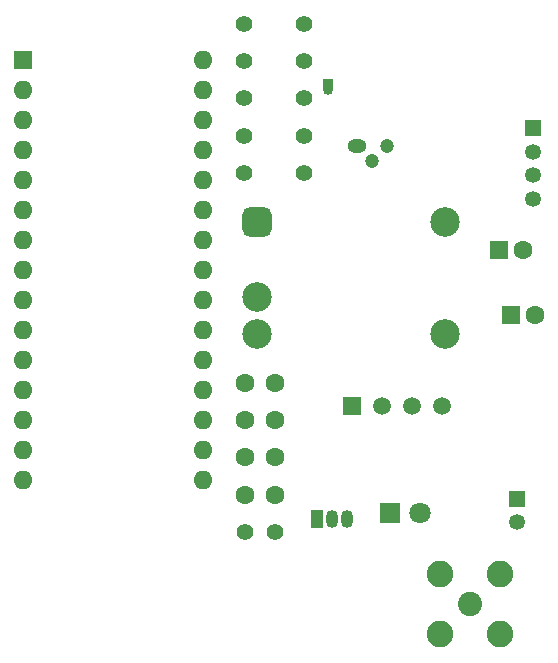
<source format=gbr>
%TF.GenerationSoftware,KiCad,Pcbnew,9.0.4*%
%TF.CreationDate,2026-01-27T05:17:12+01:00*%
%TF.ProjectId,weather station,77656174-6865-4722-9073-746174696f6e,rev?*%
%TF.SameCoordinates,Original*%
%TF.FileFunction,Soldermask,Bot*%
%TF.FilePolarity,Negative*%
%FSLAX46Y46*%
G04 Gerber Fmt 4.6, Leading zero omitted, Abs format (unit mm)*
G04 Created by KiCad (PCBNEW 9.0.4) date 2026-01-27 05:17:12*
%MOMM*%
%LPD*%
G01*
G04 APERTURE LIST*
G04 Aperture macros list*
%AMRoundRect*
0 Rectangle with rounded corners*
0 $1 Rounding radius*
0 $2 $3 $4 $5 $6 $7 $8 $9 X,Y pos of 4 corners*
0 Add a 4 corners polygon primitive as box body*
4,1,4,$2,$3,$4,$5,$6,$7,$8,$9,$2,$3,0*
0 Add four circle primitives for the rounded corners*
1,1,$1+$1,$2,$3*
1,1,$1+$1,$4,$5*
1,1,$1+$1,$6,$7*
1,1,$1+$1,$8,$9*
0 Add four rect primitives between the rounded corners*
20,1,$1+$1,$2,$3,$4,$5,0*
20,1,$1+$1,$4,$5,$6,$7,0*
20,1,$1+$1,$6,$7,$8,$9,0*
20,1,$1+$1,$8,$9,$2,$3,0*%
G04 Aperture macros list end*
%ADD10C,1.600000*%
%ADD11C,1.400000*%
%ADD12R,1.350000X1.350000*%
%ADD13C,1.350000*%
%ADD14R,1.050000X1.500000*%
%ADD15O,1.050000X1.500000*%
%ADD16R,1.600000X1.600000*%
%ADD17O,1.600000X1.600000*%
%ADD18O,1.600000X1.200000*%
%ADD19C,1.200000*%
%ADD20R,1.800000X1.800000*%
%ADD21C,1.800000*%
%ADD22R,0.850000X0.850000*%
%ADD23C,0.850000*%
%ADD24C,2.050000*%
%ADD25C,2.250000*%
%ADD26R,1.500000X1.500000*%
%ADD27C,1.500000*%
%ADD28RoundRect,0.625000X-0.625000X-0.625000X0.625000X-0.625000X0.625000X0.625000X-0.625000X0.625000X0*%
%ADD29C,2.500000*%
%ADD30RoundRect,0.250000X-0.550000X-0.550000X0.550000X-0.550000X0.550000X0.550000X-0.550000X0.550000X0*%
G04 APERTURE END LIST*
D10*
%TO.C,C5*%
X80520000Y-62600000D03*
X83020000Y-62600000D03*
%TD*%
D11*
%TO.C,R7*%
X80420000Y-38500000D03*
X85500000Y-38500000D03*
%TD*%
D12*
%TO.C,BT1*%
X103500000Y-66100000D03*
D13*
X103500000Y-68100000D03*
%TD*%
D11*
%TO.C,R2*%
X80420000Y-25900000D03*
X85500000Y-25900000D03*
%TD*%
D14*
%TO.C,Q2*%
X86580000Y-67830000D03*
D15*
X87850000Y-67830000D03*
X89120000Y-67830000D03*
%TD*%
D11*
%TO.C,R5*%
X80420000Y-32200000D03*
X85500000Y-32200000D03*
%TD*%
D10*
%TO.C,C4*%
X80520000Y-59450000D03*
X83020000Y-59450000D03*
%TD*%
D16*
%TO.C,A1*%
X61670000Y-28910000D03*
D17*
X61670000Y-31450000D03*
X61670000Y-33990000D03*
X61670000Y-36530000D03*
X61670000Y-39070000D03*
X61670000Y-41610000D03*
X61670000Y-44150000D03*
X61670000Y-46690000D03*
X61670000Y-49230000D03*
X61670000Y-51770000D03*
X61670000Y-54310000D03*
X61670000Y-56850000D03*
X61670000Y-59390000D03*
X61670000Y-61930000D03*
X61670000Y-64470000D03*
X76910000Y-64470000D03*
X76910000Y-61930000D03*
X76910000Y-59390000D03*
X76910000Y-56850000D03*
X76910000Y-54310000D03*
X76910000Y-51770000D03*
X76910000Y-49230000D03*
X76910000Y-46690000D03*
X76910000Y-44150000D03*
X76910000Y-41610000D03*
X76910000Y-39070000D03*
X76910000Y-36530000D03*
X76910000Y-33990000D03*
X76910000Y-31450000D03*
X76910000Y-28910000D03*
%TD*%
D18*
%TO.C,Y1*%
X89960000Y-36221961D03*
D19*
X91230000Y-37491961D03*
X92500000Y-36221961D03*
%TD*%
D11*
%TO.C,R6*%
X80420000Y-35350000D03*
X85500000Y-35350000D03*
%TD*%
%TO.C,R1*%
X80520000Y-68900000D03*
X83060000Y-68900000D03*
%TD*%
%TO.C,R3*%
X80420000Y-29050000D03*
X85500000Y-29050000D03*
%TD*%
D20*
%TO.C,D1*%
X92780000Y-67310000D03*
D21*
X95320000Y-67310000D03*
%TD*%
D22*
%TO.C,J6*%
X87500000Y-31000000D03*
D23*
X87500000Y-31500000D03*
%TD*%
D12*
%TO.C,J4*%
X104880000Y-34700000D03*
D13*
X104880000Y-36700000D03*
X104880000Y-38700000D03*
X104880000Y-40700000D03*
%TD*%
D24*
%TO.C,AE1*%
X99500000Y-75000000D03*
D25*
X96960000Y-77540000D03*
X102040000Y-77540000D03*
X96960000Y-72460000D03*
X102040000Y-72460000D03*
%TD*%
D10*
%TO.C,C3*%
X80520000Y-56300000D03*
X83020000Y-56300000D03*
%TD*%
D26*
%TO.C,U3*%
X89510000Y-58250000D03*
D27*
X92050000Y-58250000D03*
X94590000Y-58250000D03*
X97130000Y-58250000D03*
%TD*%
D28*
%TO.C,U1*%
X81500000Y-42640000D03*
D29*
X81500000Y-48990000D03*
X81500000Y-52160000D03*
X97390000Y-52160000D03*
X97380000Y-42640000D03*
%TD*%
D30*
%TO.C,C2*%
X103044888Y-50500000D03*
D10*
X105044888Y-50500000D03*
%TD*%
D30*
%TO.C,C1*%
X102000000Y-45000000D03*
D10*
X104000000Y-45000000D03*
%TD*%
%TO.C,C6*%
X80520000Y-65750000D03*
X83020000Y-65750000D03*
%TD*%
M02*

</source>
